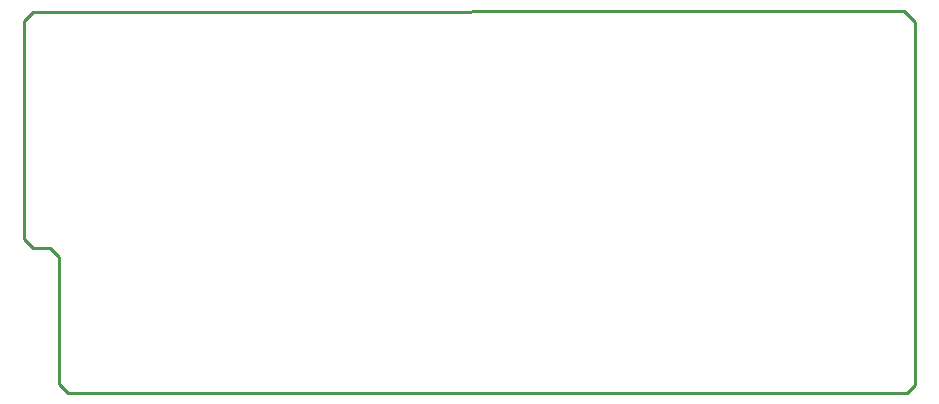
<source format=gbr>
G04 start of page 4 for group 6 idx 6 *
G04 Title: (unknown), outline *
G04 Creator: pcb 20140316 *
G04 CreationDate: mer. 15 juil. 2015 12:59:16 GMT UTC *
G04 For: clement *
G04 Format: Gerber/RS-274X *
G04 PCB-Dimensions (mil): 3023.62 1342.52 *
G04 PCB-Coordinate-Origin: lower left *
%MOIN*%
%FSLAX25Y25*%
%LNOUTLINE*%
%ADD59C,0.0100*%
G54D59*X299213Y4921D02*X296421Y2362D01*
X16929D01*
X13976Y5315D01*
Y47638D01*
X5118Y50591D02*X2165Y53543D01*
X11024Y50591D02*X5118D01*
X13976Y47638D02*X11024Y50591D01*
X2165Y126378D02*X5118Y129331D01*
X2165Y53543D02*Y126378D01*
X5118Y129331D02*X295669Y129528D01*
X299213Y125984D02*Y4921D01*
X295669Y129528D02*X299213Y125984D01*
M02*

</source>
